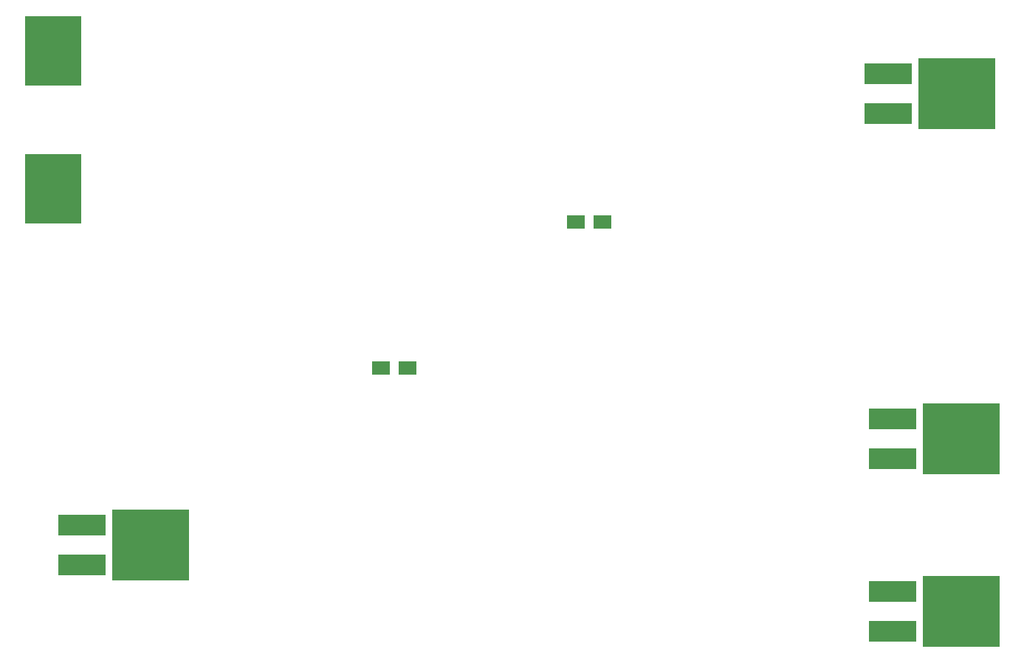
<source format=gtp>
%FSAX24Y24*%
%MOIN*%
G70*
G01*
G75*
G04 Layer_Color=8421504*
%ADD10R,0.2579X0.3150*%
%ADD11R,0.0800X0.0600*%
%ADD12R,0.2126X0.0945*%
%ADD13R,0.3504X0.3228*%
%ADD14C,0.0500*%
%ADD15C,0.0100*%
%ADD16C,0.0700*%
%ADD17C,0.1250*%
%ADD18C,0.0800*%
%ADD19C,0.0500*%
%ADD20C,0.0098*%
D10*
X019200Y035700D02*
D03*
Y041950D02*
D03*
D11*
X034000Y027600D02*
D03*
X035200D02*
D03*
X044000Y034200D02*
D03*
X042800D02*
D03*
D12*
X020510Y020498D02*
D03*
Y018702D02*
D03*
X056910Y039102D02*
D03*
Y040898D02*
D03*
X057110Y017498D02*
D03*
Y015702D02*
D03*
Y023502D02*
D03*
Y025298D02*
D03*
D13*
X023601Y019600D02*
D03*
X060001Y040000D02*
D03*
X060201Y016600D02*
D03*
Y024400D02*
D03*
M02*

</source>
